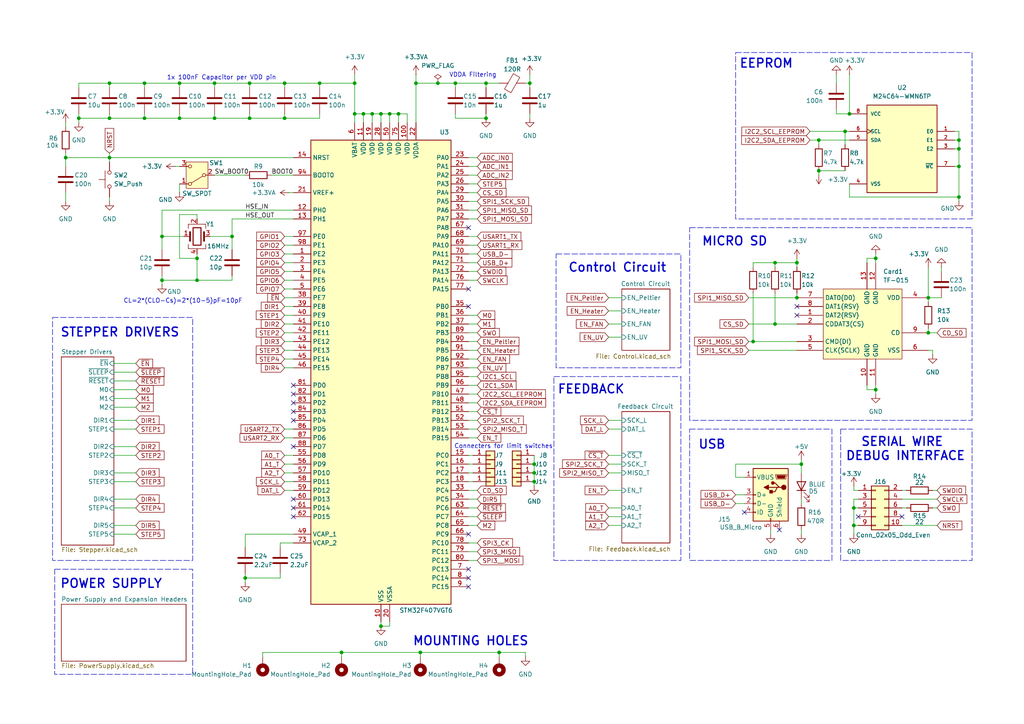
<source format=kicad_sch>
(kicad_sch (version 20250114) (generator "eeschema") (generator_version "9.0")
  (paper "A4")
  (title_block (title "Hydrogel Bioprinter PCB") (date "2025-07-01") (rev "0.1") (company "Stellenbosch University") (comment 1 "Department of Mechanical and Mechatronic Engineering") (comment 2 "Student Number: 25848887") (comment 3 "Name: Simon Craig DANIEL"))
  (rectangle (start 213.36 15.24) (end 281.94 63.5) (stroke (width 0) (type dash)))
  (rectangle (start 160.655 109.22) (end 197.485 162.56) (stroke (width 0) (type dash)))
  (rectangle (start 243.84 124.46) (end 281.94 162.56) (stroke (width 0) (type dash)))
  (rectangle (start 200.025 66.04) (end 281.94 121.92) (stroke (width 0) (type dash)))
  (rectangle (start 161.29 73.66) (end 197.485 106.68) (stroke (width 0) (type dash)))
  (rectangle (start 200.025 124.46) (end 241.3 162.56) (stroke (width 0) (type dash)))
  (rectangle (start 15.875 165.1) (end 55.88 195.58) (stroke (width 0) (type dash)))
  (rectangle (start 15.24 92.075) (end 55.88 162.56) (stroke (width 0) (type dash)))
  (text "VDDA Filtering" (at 137.16 21.844 0) (effects (font (size 1.27 1.27))))
  (text "FEEDBACK\n" (at 171.45 113.03 0) (effects (font (size 2.54 2.54) (thickness 0.4064) (bold yes))))
  (text "SERIAL WIRE \nDEBUG INTERFACE\n" (at 262.636 130.302 0) (effects (font (size 2.54 2.54) (thickness 0.4064) (bold yes))))
  (text "Connecters for limit switches" (at 146.05 129.54 0) (effects (font (size 1.27 1.27))))
  (text "USB\n" (at 206.502 129.032 0) (effects (font (size 2.54 2.54) (thickness 0.4064) (bold yes))))
  (text "MOUNTING HOLES\n" (at 136.525 186.055 0) (effects (font (size 2.54 2.54) (thickness 0.4064) (bold yes))))
  (text "MICRO SD" (at 213.106 70.104 0) (effects (font (size 2.54 2.54) (thickness 0.4064) (bold yes))))
  (text "STEPPER DRIVERS" (at 34.798 96.52 0) (effects (font (size 2.54 2.54) (thickness 0.4064) (bold yes))))
  (text "CL=2*(CLO-Cs)=2*(10-5)pF=10pF" (at 53.086 87.376 0) (effects (font (size 1.27 1.27))))
  (text "Control Circuit\n" (at 179.07 77.724 0) (effects (font (size 2.54 2.54) (thickness 0.4064) (bold yes))))
  (text "EEPROM\n" (at 222.25 18.542 0) (effects (font (size 2.54 2.54) (thickness 0.4064) (bold yes))))
  (text "POWER SUPPLY" (at 32.258 169.418 0) (effects (font (size 2.54 2.54) (thickness 0.4064) (bold yes))))
  (text "1x 100nF Capacitor per VDD pin\n" (at 64.262 22.606 0) (effects (font (size 1.27 1.27))))
  (junction (at 140.97 24.13))
  (junction (at 154.94 134.62))
  (junction (at 46.99 68.58))
  (junction (at 22.86 34.29))
  (junction (at 218.44 99.06))
  (junction (at 278.13 48.26))
  (junction (at 52.07 24.13))
  (junction (at 99.06 189.23))
  (junction (at 41.91 34.29))
  (junction (at 31.75 45.72))
  (junction (at 246.38 33.02))
  (junction (at 57.15 81.28))
  (junction (at 121.92 189.23))
  (junction (at 231.14 76.2))
  (junction (at 247.65 147.32))
  (junction (at 237.49 49.53))
  (junction (at 105.41 33.02))
  (junction (at 62.23 34.29))
  (junction (at 102.87 24.13))
  (junction (at 31.75 34.29))
  (junction (at 237.49 40.64))
  (junction (at 254 74.93))
  (junction (at 115.57 33.02))
  (junction (at 278.13 43.18))
  (junction (at 92.71 24.13))
  (junction (at 153.67 24.13))
  (junction (at 71.12 167.64))
  (junction (at 57.15 74.93))
  (junction (at 278.13 40.64))
  (junction (at 82.55 24.13))
  (junction (at 245.11 38.1))
  (junction (at 41.91 24.13))
  (junction (at 52.07 34.29))
  (junction (at 120.65 24.13))
  (junction (at 144.78 189.23))
  (junction (at 110.49 33.02))
  (junction (at 254 113.03))
  (junction (at 72.39 24.13))
  (junction (at 72.39 34.29))
  (junction (at 231.14 86.36))
  (junction (at 19.05 45.72))
  (junction (at 102.87 33.02))
  (junction (at 140.97 34.29))
  (junction (at 132.08 24.13))
  (junction (at 67.31 68.58))
  (junction (at 107.95 33.02))
  (junction (at 127 24.13))
  (junction (at 31.75 24.13))
  (junction (at 269.24 86.36))
  (junction (at 154.94 137.16))
  (junction (at 232.41 134.62))
  (junction (at 62.23 24.13))
  (junction (at 46.99 81.28))
  (junction (at 113.03 33.02))
  (junction (at 82.55 34.29))
  (junction (at 154.94 139.7))
  (junction (at 224.79 76.2))
  (junction (at 110.49 181.61))
  (junction (at 278.13 57.15))
  (junction (at 247.65 152.4))
  (junction (at 269.24 96.52))
  (junction (at 224.79 93.98))
  (no_connect (at 85.09 114.3))
  (no_connect (at 135.89 167.64))
  (no_connect (at 85.09 119.38))
  (no_connect (at 135.89 83.82))
  (no_connect (at 135.89 66.04))
  (no_connect (at 261.62 149.86))
  (no_connect (at 231.14 88.9))
  (no_connect (at 85.09 129.54))
  (no_connect (at 231.14 91.44))
  (no_connect (at 135.89 165.1))
  (no_connect (at 85.09 121.92))
  (no_connect (at 226.06 153.67))
  (no_connect (at 85.09 116.84))
  (no_connect (at 135.89 88.9))
  (no_connect (at 135.89 170.18))
  (no_connect (at 85.09 144.78))
  (no_connect (at 248.92 149.86))
  (no_connect (at 85.09 111.76))
  (no_connect (at 85.09 147.32))
  (no_connect (at 215.9 148.59))
  (no_connect (at 135.89 154.94))
  (no_connect (at 85.09 149.86))
  (wire (pts (xy 137.16 139.7) (xy 135.89 139.7)))
  (wire (pts (xy 247.65 152.4) (xy 248.92 152.4)))
  (wire (pts (xy 176.53 149.86) (xy 180.34 149.86)))
  (wire (pts (xy 135.89 144.78) (xy 138.43 144.78)))
  (wire (pts (xy 135.89 109.22) (xy 138.43 109.22)))
  (wire (pts (xy 19.05 44.45) (xy 19.05 45.72)))
  (wire (pts (xy 33.02 118.11) (xy 39.37 118.11)))
  (wire (pts (xy 278.13 38.1) (xy 278.13 40.64)))
  (wire (pts (xy 82.55 24.13) (xy 92.71 24.13)))
  (wire (pts (xy 82.55 134.62) (xy 85.09 134.62)))
  (wire (pts (xy 72.39 24.13) (xy 82.55 24.13)))
  (wire (pts (xy 261.62 142.24) (xy 262.89 142.24)))
  (wire (pts (xy 62.23 24.13) (xy 62.23 25.4)))
  (wire (pts (xy 82.55 127) (xy 85.09 127)))
  (wire (pts (xy 71.12 166.37) (xy 71.12 167.64)))
  (wire (pts (xy 50.8 48.26) (xy 52.07 48.26)))
  (wire (pts (xy 52.07 24.13) (xy 52.07 25.4)))
  (wire (pts (xy 153.67 21.59) (xy 153.67 24.13)))
  (wire (pts (xy 82.55 101.6) (xy 85.09 101.6)))
  (wire (pts (xy 113.03 180.34) (xy 113.03 181.61)))
  (wire (pts (xy 261.62 144.78) (xy 271.78 144.78)))
  (wire (pts (xy 72.39 34.29) (xy 82.55 34.29)))
  (wire (pts (xy 82.55 137.16) (xy 85.09 137.16)))
  (wire (pts (xy 135.89 81.28) (xy 138.43 81.28)))
  (wire (pts (xy 85.09 157.48) (xy 81.28 157.48)))
  (wire (pts (xy 135.89 104.14) (xy 138.43 104.14)))
  (wire (pts (xy 82.55 99.06) (xy 85.09 99.06)))
  (wire (pts (xy 57.15 73.66) (xy 57.15 74.93)))
  (wire (pts (xy 105.41 33.02) (xy 105.41 35.56)))
  (wire (pts (xy 176.53 132.08) (xy 180.34 132.08)))
  (wire (pts (xy 33.02 110.49) (xy 39.37 110.49)))
  (wire (pts (xy 135.89 73.66) (xy 138.43 73.66)))
  (wire (pts (xy 144.78 189.23) (xy 152.4 189.23)))
  (wire (pts (xy 224.79 76.2) (xy 231.14 76.2)))
  (wire (pts (xy 218.44 76.2) (xy 224.79 76.2)))
  (wire (pts (xy 127 24.13) (xy 132.08 24.13)))
  (wire (pts (xy 52.07 34.29) (xy 62.23 34.29)))
  (wire (pts (xy 33.02 107.95) (xy 39.37 107.95)))
  (wire (pts (xy 60.96 68.58) (xy 67.31 68.58)))
  (wire (pts (xy 140.97 25.4) (xy 140.97 24.13)))
  (wire (pts (xy 278.13 43.18) (xy 278.13 48.26)))
  (wire (pts (xy 270.51 147.32) (xy 271.78 147.32)))
  (wire (pts (xy 33.02 139.7) (xy 39.37 139.7)))
  (wire (pts (xy 232.41 154.94) (xy 232.41 153.67)))
  (wire (pts (xy 33.02 144.78) (xy 39.37 144.78)))
  (wire (pts (xy 223.52 153.67) (xy 223.52 154.94)))
  (wire (pts (xy 135.89 93.98) (xy 138.43 93.98)))
  (wire (pts (xy 176.53 93.98) (xy 180.34 93.98)))
  (wire (pts (xy 110.49 33.02) (xy 110.49 35.56)))
  (wire (pts (xy 33.02 152.4) (xy 39.37 152.4)))
  (wire (pts (xy 105.41 33.02) (xy 102.87 33.02)))
  (wire (pts (xy 224.79 93.98) (xy 231.14 93.98)))
  (wire (pts (xy 144.78 189.23) (xy 144.78 190.5)))
  (wire (pts (xy 213.36 134.62) (xy 232.41 134.62)))
  (wire (pts (xy 218.44 77.47) (xy 218.44 76.2)))
  (wire (pts (xy 135.89 157.48) (xy 138.43 157.48)))
  (wire (pts (xy 120.65 24.13) (xy 127 24.13)))
  (wire (pts (xy 19.05 55.88) (xy 19.05 58.42)))
  (wire (pts (xy 218.44 99.06) (xy 231.14 99.06)))
  (wire (pts (xy 78.74 50.8) (xy 85.09 50.8)))
  (wire (pts (xy 110.49 180.34) (xy 110.49 181.61)))
  (wire (pts (xy 132.08 24.13) (xy 132.08 25.4)))
  (wire (pts (xy 82.55 78.74) (xy 85.09 78.74)))
  (wire (pts (xy 57.15 74.93) (xy 52.07 74.93)))
  (wire (pts (xy 118.11 33.02) (xy 115.57 33.02)))
  (wire (pts (xy 22.86 34.29) (xy 31.75 34.29)))
  (wire (pts (xy 67.31 81.28) (xy 57.15 81.28)))
  (wire (pts (xy 82.55 76.2) (xy 85.09 76.2)))
  (wire (pts (xy 218.44 85.09) (xy 218.44 99.06)))
  (wire (pts (xy 176.53 142.24) (xy 180.34 142.24)))
  (wire (pts (xy 113.03 33.02) (xy 113.03 35.56)))
  (wire (pts (xy 154.94 137.16) (xy 154.94 139.7)))
  (wire (pts (xy 135.89 106.68) (xy 138.43 106.68)))
  (wire (pts (xy 276.86 43.18) (xy 278.13 43.18)))
  (wire (pts (xy 57.15 62.23) (xy 57.15 63.5)))
  (wire (pts (xy 269.24 86.36) (xy 269.24 87.63)))
  (wire (pts (xy 31.75 57.15) (xy 31.75 58.42)))
  (wire (pts (xy 46.99 81.28) (xy 57.15 81.28)))
  (wire (pts (xy 19.05 45.72) (xy 19.05 48.26)))
  (wire (pts (xy 153.67 33.02) (xy 153.67 34.29)))
  (wire (pts (xy 135.89 60.96) (xy 138.43 60.96)))
  (wire (pts (xy 247.65 144.78) (xy 248.92 144.78)))
  (wire (pts (xy 237.49 49.53) (xy 237.49 50.8)))
  (wire (pts (xy 217.17 93.98) (xy 224.79 93.98)))
  (wire (pts (xy 251.46 113.03) (xy 254 113.03)))
  (wire (pts (xy 234.95 40.64) (xy 237.49 40.64)))
  (wire (pts (xy 33.02 137.16) (xy 39.37 137.16)))
  (wire (pts (xy 245.11 38.1) (xy 246.38 38.1)))
  (wire (pts (xy 33.02 147.32) (xy 39.37 147.32)))
  (wire (pts (xy 102.87 21.59) (xy 102.87 24.13)))
  (wire (pts (xy 85.09 154.94) (xy 71.12 154.94)))
  (wire (pts (xy 132.08 34.29) (xy 140.97 34.29)))
  (wire (pts (xy 22.86 33.02) (xy 22.86 34.29)))
  (wire (pts (xy 213.36 134.62) (xy 213.36 138.43)))
  (wire (pts (xy 46.99 80.01) (xy 46.99 81.28)))
  (wire (pts (xy 247.65 142.24) (xy 247.65 140.97)))
  (wire (pts (xy 132.08 33.02) (xy 132.08 34.29)))
  (wire (pts (xy 71.12 167.64) (xy 71.12 168.91)))
  (wire (pts (xy 261.62 147.32) (xy 262.89 147.32)))
  (wire (pts (xy 176.53 152.4) (xy 180.34 152.4)))
  (wire (pts (xy 154.94 134.62) (xy 154.94 137.16)))
  (wire (pts (xy 254 111.76) (xy 254 113.03)))
  (wire (pts (xy 31.75 24.13) (xy 31.75 25.4)))
  (wire (pts (xy 270.51 142.24) (xy 271.78 142.24)))
  (wire (pts (xy 135.89 101.6) (xy 138.43 101.6)))
  (wire (pts (xy 276.86 38.1) (xy 278.13 38.1)))
  (wire (pts (xy 245.11 41.91) (xy 245.11 38.1)))
  (wire (pts (xy 231.14 74.93) (xy 231.14 76.2)))
  (wire (pts (xy 248.92 142.24) (xy 247.65 142.24)))
  (wire (pts (xy 92.71 33.02) (xy 92.71 34.29)))
  (wire (pts (xy 153.67 24.13) (xy 153.67 25.4)))
  (wire (pts (xy 120.65 21.59) (xy 120.65 24.13)))
  (wire (pts (xy 135.89 127) (xy 138.43 127)))
  (wire (pts (xy 237.49 40.64) (xy 246.38 40.64)))
  (wire (pts (xy 135.89 147.32) (xy 138.43 147.32)))
  (wire (pts (xy 135.89 76.2) (xy 138.43 76.2)))
  (wire (pts (xy 269.24 95.25) (xy 269.24 96.52)))
  (wire (pts (xy 115.57 33.02) (xy 113.03 33.02)))
  (wire (pts (xy 67.31 80.01) (xy 67.31 81.28)))
  (wire (pts (xy 213.36 143.51) (xy 215.9 143.51)))
  (wire (pts (xy 67.31 63.5) (xy 85.09 63.5)))
  (wire (pts (xy 52.07 62.23) (xy 57.15 62.23)))
  (wire (pts (xy 19.05 35.56) (xy 19.05 36.83)))
  (wire (pts (xy 278.13 40.64) (xy 278.13 43.18)))
  (wire (pts (xy 41.91 24.13) (xy 52.07 24.13)))
  (wire (pts (xy 137.16 132.08) (xy 135.89 132.08)))
  (wire (pts (xy 92.71 24.13) (xy 92.71 25.4)))
  (wire (pts (xy 52.07 33.02) (xy 52.07 34.29)))
  (wire (pts (xy 135.89 149.86) (xy 138.43 149.86)))
  (wire (pts (xy 152.4 24.13) (xy 153.67 24.13)))
  (wire (pts (xy 82.55 68.58) (xy 85.09 68.58)))
  (wire (pts (xy 135.89 91.44) (xy 138.43 91.44)))
  (wire (pts (xy 82.55 124.46) (xy 85.09 124.46)))
  (wire (pts (xy 176.53 134.62) (xy 180.34 134.62)))
  (wire (pts (xy 273.05 78.74) (xy 273.05 77.47)))
  (wire (pts (xy 31.75 24.13) (xy 41.91 24.13)))
  (wire (pts (xy 46.99 60.96) (xy 46.99 68.58)))
  (wire (pts (xy 247.65 144.78) (xy 247.65 147.32)))
  (wire (pts (xy 234.95 38.1) (xy 245.11 38.1)))
  (wire (pts (xy 82.55 96.52) (xy 85.09 96.52)))
  (wire (pts (xy 176.53 124.46) (xy 180.34 124.46)))
  (wire (pts (xy 135.89 50.8) (xy 138.43 50.8)))
  (wire (pts (xy 232.41 134.62) (xy 232.41 137.16)))
  (wire (pts (xy 135.89 162.56) (xy 138.43 162.56)))
  (wire (pts (xy 33.02 129.54) (xy 39.37 129.54)))
  (wire (pts (xy 62.23 50.8) (xy 71.12 50.8)))
  (wire (pts (xy 19.05 45.72) (xy 31.75 45.72)))
  (wire (pts (xy 82.55 83.82) (xy 85.09 83.82)))
  (wire (pts (xy 72.39 24.13) (xy 72.39 25.4)))
  (wire (pts (xy 82.55 132.08) (xy 85.09 132.08)))
  (wire (pts (xy 72.39 33.02) (xy 72.39 34.29)))
  (wire (pts (xy 52.07 62.23) (xy 52.07 74.93)))
  (wire (pts (xy 52.07 53.34) (xy 52.07 55.88)))
  (wire (pts (xy 99.06 189.23) (xy 99.06 190.5)))
  (wire (pts (xy 82.55 81.28) (xy 85.09 81.28)))
  (wire (pts (xy 46.99 60.96) (xy 85.09 60.96)))
  (wire (pts (xy 217.17 86.36) (xy 231.14 86.36)))
  (wire (pts (xy 99.06 189.23) (xy 121.92 189.23)))
  (wire (pts (xy 135.89 58.42) (xy 138.43 58.42)))
  (wire (pts (xy 82.55 142.24) (xy 85.09 142.24)))
  (wire (pts (xy 22.86 25.4) (xy 22.86 24.13)))
  (wire (pts (xy 269.24 96.52) (xy 271.78 96.52)))
  (wire (pts (xy 246.38 21.59) (xy 246.38 33.02)))
  (wire (pts (xy 242.57 21.59) (xy 242.57 24.13)))
  (wire (pts (xy 247.65 147.32) (xy 248.92 147.32)))
  (wire (pts (xy 135.89 116.84) (xy 138.43 116.84)))
  (wire (pts (xy 82.55 91.44) (xy 85.09 91.44)))
  (wire (pts (xy 132.08 24.13) (xy 140.97 24.13)))
  (wire (pts (xy 254 73.66) (xy 254 74.93)))
  (wire (pts (xy 135.89 78.74) (xy 138.43 78.74)))
  (wire (pts (xy 231.14 77.47) (xy 231.14 76.2)))
  (wire (pts (xy 76.2 190.5) (xy 76.2 189.23)))
  (wire (pts (xy 82.55 88.9) (xy 85.09 88.9)))
  (wire (pts (xy 231.14 85.09) (xy 231.14 86.36)))
  (wire (pts (xy 62.23 33.02) (xy 62.23 34.29)))
  (wire (pts (xy 135.89 152.4) (xy 138.43 152.4)))
  (wire (pts (xy 269.24 86.36) (xy 273.05 86.36)))
  (wire (pts (xy 154.94 132.08) (xy 154.94 134.62)))
  (wire (pts (xy 121.92 189.23) (xy 121.92 190.5)))
  (wire (pts (xy 176.53 137.16) (xy 180.34 137.16)))
  (wire (pts (xy 31.75 34.29) (xy 41.91 34.29)))
  (wire (pts (xy 135.89 121.92) (xy 138.43 121.92)))
  (wire (pts (xy 270.51 101.6) (xy 270.51 102.87)))
  (wire (pts (xy 276.86 40.64) (xy 278.13 40.64)))
  (wire (pts (xy 237.49 41.91) (xy 237.49 40.64)))
  (wire (pts (xy 76.2 189.23) (xy 99.06 189.23)))
  (wire (pts (xy 82.55 104.14) (xy 85.09 104.14)))
  (wire (pts (xy 152.4 189.23) (xy 152.4 190.5)))
  (wire (pts (xy 67.31 63.5) (xy 67.31 68.58)))
  (wire (pts (xy 224.79 85.09) (xy 224.79 93.98)))
  (wire (pts (xy 82.55 71.12) (xy 85.09 71.12)))
  (wire (pts (xy 31.75 45.72) (xy 85.09 45.72)))
  (wire (pts (xy 176.53 147.32) (xy 180.34 147.32)))
  (wire (pts (xy 62.23 24.13) (xy 72.39 24.13)))
  (wire (pts (xy 269.24 77.47) (xy 269.24 86.36)))
  (wire (pts (xy 83.82 55.88) (xy 85.09 55.88)))
  (wire (pts (xy 251.46 74.93) (xy 254 74.93)))
  (wire (pts (xy 213.36 146.05) (xy 215.9 146.05)))
  (wire (pts (xy 33.02 132.08) (xy 39.37 132.08)))
  (wire (pts (xy 135.89 53.34) (xy 138.43 53.34)))
  (wire (pts (xy 81.28 166.37) (xy 81.28 167.64)))
  (wire (pts (xy 107.95 33.02) (xy 107.95 35.56)))
  (wire (pts (xy 135.89 45.72) (xy 138.43 45.72)))
  (wire (pts (xy 137.16 137.16) (xy 135.89 137.16)))
  (wire (pts (xy 135.89 68.58) (xy 138.43 68.58)))
  (wire (pts (xy 217.17 99.06) (xy 218.44 99.06)))
  (wire (pts (xy 224.79 76.2) (xy 224.79 77.47)))
  (wire (pts (xy 135.89 124.46) (xy 138.43 124.46)))
  (wire (pts (xy 135.89 111.76) (xy 138.43 111.76)))
  (wire (pts (xy 247.65 147.32) (xy 247.65 152.4)))
  (wire (pts (xy 57.15 74.93) (xy 57.15 81.28)))
  (wire (pts (xy 82.55 86.36) (xy 85.09 86.36)))
  (wire (pts (xy 102.87 24.13) (xy 102.87 33.02)))
  (wire (pts (xy 176.53 86.36) (xy 180.34 86.36)))
  (wire (pts (xy 251.46 76.2) (xy 251.46 74.93)))
  (wire (pts (xy 31.75 33.02) (xy 31.75 34.29)))
  (wire (pts (xy 31.75 44.45) (xy 31.75 45.72)))
  (wire (pts (xy 46.99 81.28) (xy 46.99 82.55)))
  (wire (pts (xy 82.55 33.02) (xy 82.55 34.29)))
  (wire (pts (xy 82.55 139.7) (xy 85.09 139.7)))
  (wire (pts (xy 261.62 152.4) (xy 271.78 152.4)))
  (wire (pts (xy 107.95 33.02) (xy 105.41 33.02)))
  (wire (pts (xy 46.99 68.58) (xy 46.99 72.39)))
  (wire (pts (xy 113.03 33.02) (xy 110.49 33.02)))
  (wire (pts (xy 33.02 105.41) (xy 39.37 105.41)))
  (wire (pts (xy 246.38 53.34) (xy 246.38 57.15)))
  (wire (pts (xy 102.87 33.02) (xy 102.87 35.56)))
  (wire (pts (xy 81.28 167.64) (xy 71.12 167.64)))
  (wire (pts (xy 154.94 139.7) (xy 154.94 140.97)))
  (wire (pts (xy 115.57 33.02) (xy 115.57 35.56)))
  (wire (pts (xy 82.55 93.98) (xy 85.09 93.98)))
  (wire (pts (xy 33.02 115.57) (xy 39.37 115.57)))
  (wire (pts (xy 176.53 90.17) (xy 180.34 90.17)))
  (wire (pts (xy 22.86 24.13) (xy 31.75 24.13)))
  (wire (pts (xy 135.89 55.88) (xy 138.43 55.88)))
  (wire (pts (xy 232.41 146.05) (xy 232.41 144.78)))
  (wire (pts (xy 135.89 71.12) (xy 138.43 71.12)))
  (wire (pts (xy 82.55 106.68) (xy 85.09 106.68)))
  (wire (pts (xy 278.13 48.26) (xy 278.13 57.15)))
  (wire (pts (xy 135.89 119.38) (xy 138.43 119.38)))
  (wire (pts (xy 82.55 73.66) (xy 85.09 73.66)))
  (wire (pts (xy 118.11 35.56) (xy 118.11 33.02)))
  (wire (pts (xy 62.23 34.29) (xy 72.39 34.29)))
  (wire (pts (xy 82.55 24.13) (xy 82.55 25.4)))
  (wire (pts (xy 33.02 124.46) (xy 39.37 124.46)))
  (wire (pts (xy 242.57 31.75) (xy 242.57 33.02)))
  (wire (pts (xy 247.65 152.4) (xy 247.65 154.94)))
  (wire (pts (xy 33.02 154.94) (xy 39.37 154.94)))
  (wire (pts (xy 176.53 121.92) (xy 180.34 121.92)))
  (wire (pts (xy 232.41 133.35) (xy 232.41 134.62)))
  (wire (pts (xy 217.17 101.6) (xy 231.14 101.6)))
  (wire (pts (xy 135.89 99.06) (xy 138.43 99.06)))
  (wire (pts (xy 22.86 35.56) (xy 22.86 34.29)))
  (wire (pts (xy 276.86 48.26) (xy 278.13 48.26)))
  (wire (pts (xy 81.28 157.48) (xy 81.28 158.75)))
  (wire (pts (xy 67.31 68.58) (xy 67.31 72.39)))
  (wire (pts (xy 254 113.03) (xy 254 114.3)))
  (wire (pts (xy 31.75 45.72) (xy 31.75 46.99)))
  (wire (pts (xy 140.97 24.13) (xy 144.78 24.13)))
  (wire (pts (xy 246.38 57.15) (xy 278.13 57.15)))
  (wire (pts (xy 176.53 97.79) (xy 180.34 97.79)))
  (wire (pts (xy 242.57 33.02) (xy 246.38 33.02)))
  (wire (pts (xy 140.97 33.02) (xy 140.97 34.29)))
  (wire (pts (xy 237.49 49.53) (xy 245.11 49.53)))
  (wire (pts (xy 53.34 68.58) (xy 46.99 68.58)))
  (wire (pts (xy 82.55 34.29) (xy 92.71 34.29)))
  (wire (pts (xy 33.02 121.92) (xy 39.37 121.92)))
  (wire (pts (xy 278.13 57.15) (xy 278.13 58.42)))
  (wire (pts (xy 137.16 134.62) (xy 135.89 134.62)))
  (wire (pts (xy 41.91 24.13) (xy 41.91 25.4)))
  (wire (pts (xy 135.89 114.3) (xy 138.43 114.3)))
  (wire (pts (xy 135.89 63.5) (xy 138.43 63.5)))
  (wire (pts (xy 135.89 48.26) (xy 138.43 48.26)))
  (wire (pts (xy 41.91 33.02) (xy 41.91 34.29)))
  (wire (pts (xy 135.89 142.24) (xy 138.43 142.24)))
  (wire (pts (xy 213.36 138.43) (xy 215.9 138.43)))
  (wire (pts (xy 121.92 189.23) (xy 144.78 189.23)))
  (wire (pts (xy 92.71 24.13) (xy 102.87 24.13)))
  (wire (pts (xy 269.24 101.6) (xy 270.51 101.6)))
  (wire (pts (xy 33.02 113.03) (xy 39.37 113.03)))
  (wire (pts (xy 251.46 111.76) (xy 251.46 113.03)))
  (wire (pts (xy 120.65 24.13) (xy 120.65 35.56)))
  (wire (pts (xy 254 74.93) (xy 254 76.2)))
  (wire (pts (xy 52.07 24.13) (xy 62.23 24.13)))
  (wire (pts (xy 71.12 154.94) (xy 71.12 158.75)))
  (wire (pts (xy 110.49 33.02) (xy 107.95 33.02)))
  (wire (pts (xy 113.03 181.61) (xy 110.49 181.61)))
  (wire (pts (xy 41.91 34.29) (xy 52.07 34.29)))
  (wire (pts (xy 135.89 96.52) (xy 138.43 96.52)))
  (wire (pts (xy 135.89 160.02) (xy 138.43 160.02)))
  (label "SW_BOOT0" (at 62.23 50.8 0))
  (label "HSE_OUT" (at 71.12 63.5 0))
  (label "HSE_IN" (at 71.12 60.96 0))
  (label "BOOT0" (at 78.74 50.8 0))
  (global_label "DIR1" (shape input) (at 39.37 121.92 0) (property "Intersheetrefs" "${INTERSHEET_REFS}" (effects (hide yes))))
  (global_label "I2C1_SDA" (shape input) (at 138.43 111.76 0) (property "Intersheetrefs" "${INTERSHEET_REFS}" (effects (hide yes))))
  (global_label "M2" (shape input) (at 138.43 152.4 0) (property "Intersheetrefs" "${INTERSHEET_REFS}" (effects (hide yes))))
  (global_label "STEP2" (shape input) (at 39.37 132.08 0) (property "Intersheetrefs" "${INTERSHEET_REFS}" (effects (hide yes))))
  (global_label "M1" (shape input) (at 39.37 115.57 0) (property "Intersheetrefs" "${INTERSHEET_REFS}" (effects (hide yes))))
  (global_label "I2C2_SCL_EEPROM" (shape input) (at 138.43 114.3 0) (property "Intersheetrefs" "${INTERSHEET_REFS}" (effects (hide yes))))
  (global_label "GPIO3" (shape input) (at 82.55 73.66 180) (property "Intersheetrefs" "${INTERSHEET_REFS}" (effects (hide yes))))
  (global_label "GPIO5" (shape input) (at 82.55 78.74 180) (property "Intersheetrefs" "${INTERSHEET_REFS}" (effects (hide yes))))
  (global_label "STEP4" (shape input) (at 39.37 147.32 0) (property "Intersheetrefs" "${INTERSHEET_REFS}" (effects (hide yes))))
  (global_label "USB_D+" (shape input) (at 213.36 143.51 180) (property "Intersheetrefs" "${INTERSHEET_REFS}" (effects (hide yes))))
  (global_label "SPI1_SCK_SD" (shape input) (at 217.17 101.6 180) (property "Intersheetrefs" "${INTERSHEET_REFS}" (effects (hide yes))))
  (global_label "M1" (shape input) (at 138.43 93.98 0) (property "Intersheetrefs" "${INTERSHEET_REFS}" (effects (hide yes))))
  (global_label "EN_Heater" (shape input) (at 138.43 101.6 0) (property "Intersheetrefs" "${INTERSHEET_REFS}" (effects (hide yes))))
  (global_label "EN_Peltier" (shape input) (at 176.53 86.36 180) (property "Intersheetrefs" "${INTERSHEET_REFS}" (effects (hide yes))))
  (global_label "STEP4" (shape input) (at 82.55 104.14 180) (property "Intersheetrefs" "${INTERSHEET_REFS}" (effects (hide yes))))
  (global_label "SPI1_SCK_SD" (shape input) (at 138.43 58.42 0) (property "Intersheetrefs" "${INTERSHEET_REFS}" (effects (hide yes))))
  (global_label "SCK_L" (shape input) (at 176.53 121.92 180) (property "Intersheetrefs" "${INTERSHEET_REFS}" (effects (hide yes))))
  (global_label "SWO" (shape input) (at 271.78 147.32 0) (property "Intersheetrefs" "${INTERSHEET_REFS}" (effects (hide yes))))
  (global_label "STEP5" (shape input) (at 39.37 154.94 0) (property "Intersheetrefs" "${INTERSHEET_REFS}" (effects (hide yes))))
  (global_label "EN_FAN" (shape input) (at 138.43 104.14 0) (property "Intersheetrefs" "${INTERSHEET_REFS}" (effects (hide yes))))
  (global_label "SPI1_MOSI_SD" (shape input) (at 138.43 63.5 0) (property "Intersheetrefs" "${INTERSHEET_REFS}" (effects (hide yes))))
  (global_label "I2C2_SDA_EEPROM" (shape input) (at 138.43 116.84 0) (property "Intersheetrefs" "${INTERSHEET_REFS}" (effects (hide yes))))
  (global_label "~{RESET}" (shape input) (at 39.37 110.49 0) (property "Intersheetrefs" "${INTERSHEET_REFS}" (effects (hide yes))))
  (global_label "USART1_RX" (shape input) (at 138.43 71.12 0) (property "Intersheetrefs" "${INTERSHEET_REFS}" (effects (hide yes))))
  (global_label "A1_T" (shape input) (at 176.53 149.86 180) (property "Intersheetrefs" "${INTERSHEET_REFS}" (effects (hide yes))))
  (global_label "STEP2" (shape input) (at 82.55 96.52 180) (property "Intersheetrefs" "${INTERSHEET_REFS}" (effects (hide yes))))
  (global_label "DIR3" (shape input) (at 82.55 99.06 180) (property "Intersheetrefs" "${INTERSHEET_REFS}" (effects (hide yes))))
  (global_label "CS_SD" (shape input) (at 138.43 55.88 0) (property "Intersheetrefs" "${INTERSHEET_REFS}" (effects (hide yes))))
  (global_label "STEP5" (shape input) (at 138.43 53.34 0) (property "Intersheetrefs" "${INTERSHEET_REFS}" (effects (hide yes))))
  (global_label "EN_T" (shape input) (at 138.43 127 0) (property "Intersheetrefs" "${INTERSHEET_REFS}" (effects (hide yes))))
  (global_label "SPI1_MOSI_SD" (shape input) (at 217.17 99.06 180) (property "Intersheetrefs" "${INTERSHEET_REFS}" (effects (hide yes))))
  (global_label "SWDIO" (shape input) (at 271.78 142.24 0) (property "Intersheetrefs" "${INTERSHEET_REFS}" (effects (hide yes))))
  (global_label "SPI2_SCK_T" (shape input) (at 176.53 134.62 180) (property "Intersheetrefs" "${INTERSHEET_REFS}" (effects (hide yes))))
  (global_label "GPIO7" (shape input) (at 82.55 83.82 180) (property "Intersheetrefs" "${INTERSHEET_REFS}" (effects (hide yes))))
  (global_label "EN_UV" (shape input) (at 176.53 97.79 180) (property "Intersheetrefs" "${INTERSHEET_REFS}" (effects (hide yes))))
  (global_label "CD_SD" (shape input) (at 271.78 96.52 0) (property "Intersheetrefs" "${INTERSHEET_REFS}" (effects (hide yes))))
  (global_label "ADC_IN0" (shape input) (at 138.43 45.72 0) (property "Intersheetrefs" "${INTERSHEET_REFS}" (effects (hide yes))))
  (global_label "CS_SD" (shape input) (at 217.17 93.98 180) (property "Intersheetrefs" "${INTERSHEET_REFS}" (effects (hide yes))))
  (global_label "M0" (shape input) (at 138.43 91.44 0) (property "Intersheetrefs" "${INTERSHEET_REFS}" (effects (hide yes))))
  (global_label "~{CS_T}" (shape input) (at 176.53 132.08 180) (property "Intersheetrefs" "${INTERSHEET_REFS}" (effects (hide yes))))
  (global_label "SPI1_MISO_SD" (shape input) (at 217.17 86.36 180) (property "Intersheetrefs" "${INTERSHEET_REFS}" (effects (hide yes))))
  (global_label "M0" (shape input) (at 39.37 113.03 0) (property "Intersheetrefs" "${INTERSHEET_REFS}" (effects (hide yes))))
  (global_label "NRST" (shape input) (at 271.78 152.4 0) (property "Intersheetrefs" "${INTERSHEET_REFS}" (effects (hide yes))))
  (global_label "SPI2_MISO_T" (shape input) (at 176.53 137.16 180) (property "Intersheetrefs" "${INTERSHEET_REFS}" (effects (hide yes))))
  (global_label "EN_T" (shape input) (at 176.53 142.24 180) (property "Intersheetrefs" "${INTERSHEET_REFS}" (effects (hide yes))))
  (global_label "DIR2" (shape input) (at 82.55 93.98 180) (property "Intersheetrefs" "${INTERSHEET_REFS}" (effects (hide yes))))
  (global_label "EN_UV" (shape input) (at 138.43 106.68 0) (property "Intersheetrefs" "${INTERSHEET_REFS}" (effects (hide yes))))
  (global_label "EN_Heater" (shape input) (at 176.53 90.17 180) (property "Intersheetrefs" "${INTERSHEET_REFS}" (effects (hide yes))))
  (global_label "SPI2_SCK_T" (shape input) (at 138.43 121.92 0) (property "Intersheetrefs" "${INTERSHEET_REFS}" (effects (hide yes))))
  (global_label "~{SLEEP}" (shape input) (at 138.43 149.86 0) (property "Intersheetrefs" "${INTERSHEET_REFS}" (effects (hide yes))))
  (global_label "~{EN}" (shape input) (at 82.55 86.36 180) (property "Intersheetrefs" "${INTERSHEET_REFS}" (effects (hide yes))))
  (global_label "CD_SD" (shape input) (at 138.43 142.24 0) (property "Intersheetrefs" "${INTERSHEET_REFS}" (effects (hide yes))))
  (global_label "GPIO2" (shape input) (at 82.55 71.12 180) (property "Intersheetrefs" "${INTERSHEET_REFS}" (effects (hide yes))))
  (global_label "DIR5" (shape input) (at 39.37 152.4 0) (property "Intersheetrefs" "${INTERSHEET_REFS}" (effects (hide yes))))
  (global_label "DIR2" (shape input) (at 39.37 129.54 0) (property "Intersheetrefs" "${INTERSHEET_REFS}" (effects (hide yes))))
  (global_label "SPI2_MISO_T" (shape input) (at 138.43 124.46 0) (property "Intersheetrefs" "${INTERSHEET_REFS}" (effects (hide yes))))
  (global_label "NRST" (shape input) (at 31.75 44.45 90) (property "Intersheetrefs" "${INTERSHEET_REFS}" (effects (hide yes))))
  (global_label "SWO" (shape input) (at 138.43 96.52 0) (property "Intersheetrefs" "${INTERSHEET_REFS}" (effects (hide yes))))
  (global_label "SPI3_CK" (shape input) (at 138.43 157.48 0) (property "Intersheetrefs" "${INTERSHEET_REFS}" (effects (hide yes))))
  (global_label "SCK_L" (shape input) (at 82.55 139.7 180) (property "Intersheetrefs" "${INTERSHEET_REFS}" (effects (hide yes))))
  (global_label "USART2_TX" (shape input) (at 82.55 124.46 180) (property "Intersheetrefs" "${INTERSHEET_REFS}" (effects (hide yes))))
  (global_label "A2_T" (shape input) (at 82.55 137.16 180) (property "Intersheetrefs" "${INTERSHEET_REFS}" (effects (hide yes))))
  (global_label "EN_Peltier" (shape input) (at 138.43 99.06 0) (property "Intersheetrefs" "${INTERSHEET_REFS}" (effects (hide yes))))
  (global_label "A0_T" (shape input) (at 176.53 147.32 180) (property "Intersheetrefs" "${INTERSHEET_REFS}" (effects (hide yes))))
  (global_label "EN_FAN" (shape input) (at 176.53 93.98 180) (property "Intersheetrefs" "${INTERSHEET_REFS}" (effects (hide yes))))
  (global_label "DAT_L" (shape input) (at 176.53 124.46 180) (property "Intersheetrefs" "${INTERSHEET_REFS}" (effects (hide yes))))
  (global_label "~{RESET}" (shape input) (at 138.43 147.32 0) (property "Intersheetrefs" "${INTERSHEET_REFS}" (effects (hide yes))))
  (global_label "SWCLK" (shape input) (at 138.43 81.28 0) (property "Intersheetrefs" "${INTERSHEET_REFS}" (effects (hide yes))))
  (global_label "GPIO1" (shape input) (at 82.55 68.58 180) (property "Intersheetrefs" "${INTERSHEET_REFS}" (effects (hide yes))))
  (global_label "SPI3__MOSI" (shape input) (at 138.43 162.56 0) (property "Intersheetrefs" "${INTERSHEET_REFS}" (effects (hide yes))))
  (global_label "GPIO6" (shape input) (at 82.55 81.28 180) (property "Intersheetrefs" "${INTERSHEET_REFS}" (effects (hide yes))))
  (global_label "DIR4" (shape input) (at 82.55 106.68 180) (property "Intersheetrefs" "${INTERSHEET_REFS}" (effects (hide yes))))
  (global_label "DIR5" (shape input) (at 138.43 144.78 0) (property "Intersheetrefs" "${INTERSHEET_REFS}" (effects (hide yes))))
  (global_label "SWDIO" (shape input) (at 138.43 78.74 0) (property "Intersheetrefs" "${INTERSHEET_REFS}" (effects (hide yes))))
  (global_label "SWCLK" (shape input) (at 271.78 144.78 0) (property "Intersheetrefs" "${INTERSHEET_REFS}" (effects (hide yes))))
  (global_label "USB_D+" (shape input) (at 138.43 76.2 0) (property "Intersheetrefs" "${INTERSHEET_REFS}" (effects (hide yes))))
  (global_label "ADC_IN1" (shape input) (at 138.43 48.26 0) (property "Intersheetrefs" "${INTERSHEET_REFS}" (effects (hide yes))))
  (global_label "USB_D-" (shape input) (at 138.43 73.66 0) (property "Intersheetrefs" "${INTERSHEET_REFS}" (effects (hide yes))))
  (global_label "SPI1_MISO_SD" (shape input) (at 138.43 60.96 0) (property "Intersheetrefs" "${INTERSHEET_REFS}" (effects (hide yes))))
  (global_label "DAT_L" (shape input) (at 82.55 142.24 180) (property "Intersheetrefs" "${INTERSHEET_REFS}" (effects (hide yes))))
  (global_label "DIR1" (shape input) (at 82.55 88.9 180) (property "Intersheetrefs" "${INTERSHEET_REFS}" (effects (hide yes))))
  (global_label "A1_T" (shape input) (at 82.55 134.62 180) (property "Intersheetrefs" "${INTERSHEET_REFS}" (effects (hide yes))))
  (global_label "A0_T" (shape input) (at 82.55 132.08 180) (property "Intersheetrefs" "${INTERSHEET_REFS}" (effects (hide yes))))
  (global_label "~{CS_T}" (shape input) (at 138.43 119.38 0) (property "Intersheetrefs" "${INTERSHEET_REFS}" (effects (hide yes))))
  (global_label "A2_T" (shape input) (at 176.53 152.4 180) (property "Intersheetrefs" "${INTERSHEET_REFS}" (effects (hide yes))))
  (global_label "I2C2_SCL_EEPROM" (shape input) (at 234.95 38.1 180) (property "Intersheetrefs" "${INTERSHEET_REFS}" (effects (hide yes))))
  (global_label "~{EN}" (shape input) (at 39.37 105.41 0) (property "Intersheetrefs" "${INTERSHEET_REFS}" (effects (hide yes))))
  (global_label "ADC_IN2" (shape input) (at 138.43 50.8 0) (property "Intersheetrefs" "${INTERSHEET_REFS}" (effects (hide yes))))
  (global_label "M2" (shape input) (at 39.37 118.11 0) (property "Intersheetrefs" "${INTERSHEET_REFS}" (effects (hide yes))))
  (global_label "USART2_RX" (shape input) (at 82.55 127 180) (property "Intersheetrefs" "${INTERSHEET_REFS}" (effects (hide yes))))
  (global_label "STEP1" (shape input) (at 82.55 91.44 180) (property "Intersheetrefs" "${INTERSHEET_REFS}" (effects (hide yes))))
  (global_label "~{SLEEP}" (shape input) (at 39.37 107.95 0) (property "Intersheetrefs" "${INTERSHEET_REFS}" (effects (hide yes))))
  (global_label "SPI3_MISO" (shape input) (at 138.43 160.02 0) (property "Intersheetrefs" "${INTERSHEET_REFS}" (effects (hide yes))))
  (global_label "STEP3" (shape input) (at 39.37 139.7 0) (property "Intersheetrefs" "${INTERSHEET_REFS}" (effects (hide yes))))
  (global_label "DIR3" (shape input) (at 39.37 137.16 0) (property "Intersheetrefs" "${INTERSHEET_REFS}" (effects (hide yes))))
  (global_label "USB_D-" (shape input) (at 213.36 146.05 180) (property "Intersheetrefs" "${INTERSHEET_REFS}" (effects (hide yes))))
  (global_label "I2C1_SCL" (shape input) (at 138.43 109.22 0) (property "Intersheetrefs" "${INTERSHEET_REFS}" (effects (hide yes))))
  (global_label "GPIO4" (shape input) (at 82.55 76.2 180) (property "Intersheetrefs" "${INTERSHEET_REFS}" (effects (hide yes))))
  (global_label "DIR4" (shape input) (at 39.37 144.78 0) (property "Intersheetrefs" "${INTERSHEET_REFS}" (effects (hide yes))))
  (global_label "STEP3" (shape input) (at 82.55 101.6 180) (property "Intersheetrefs" "${INTERSHEET_REFS}" (effects (hide yes))))
  (global_label "STEP1" (shape input) (at 39.37 124.46 0) (property "Intersheetrefs" "${INTERSHEET_REFS}" (effects (hide yes))))
  (global_label "USART1_TX" (shape input) (at 138.43 68.58 0) (property "Intersheetrefs" "${INTERSHEET_REFS}" (effects (hide yes))))
  (global_label "I2C2_SDA_EEPROM" (shape input) (at 234.95 40.64 180) (property "Intersheetrefs" "${INTERSHEET_REFS}" (effects (hide yes))))
  (symbol (lib_id "power:GND") (at 223.52 154.94 0) (unit 1)
    (property "Reference" "#PWR043" (effects (hide yes)))
    (property "Value" "GND" (at 223.52 160.02 0))
    (property "Description" "Power symbol creates a global label with name \"GND\" , ground" (effects (hide yes)))
  )
  (symbol (lib_id "Device:C") (at 46.99 76.2 0) (unit 1)
    (property "Reference" "C21" (at 40.386 74.93 0) (effects (justify left)))
    (property "Value" "10p" (at 40.386 77.47 0) (effects (justify left)))
    (property "Footprint" "Capacitor_SMD:C_0402_1005Metric" (effects (hide yes)))
    (property "Description" "Unpolarized capacitor" (effects (hide yes)))
  )
  (symbol (lib_id "power:GND") (at 232.41 154.94 0) (unit 1)
    (property "Reference" "#PWR044" (effects (hide yes)))
    (property "Value" "GND" (at 232.41 160.02 0))
    (property "Description" "Power symbol creates a global label with name \"GND\" , ground" (effects (hide yes)))
  )
  (symbol (lib_id "power:+3.3VA") (at 120.65 21.59 0) (unit 1)
    (property "Reference" "#PWR016" (effects (hide yes)))
    (property "Value" "+3.3VA" (at 120.65 16.51 0))
    (property "Description" "Power symbol creates a global label with name \"+3.3VA\"" (effects (hide yes)))
  )
  (symbol (lib_id "Device:C") (at 41.91 29.21 0) (unit 1)
    (property "Reference" "C9" (at 44.45 27.94 0) (effects (justify left)))
    (property "Value" "100n" (at 44.45 30.48 0) (effects (justify left)))
    (property "Footprint" "Capacitor_SMD:C_0603_1608Metric" (effects (hide yes)))
    (property "Description" "Unpolarized capacitor" (effects (hide yes)))
  )
  (symbol (lib_id "Connector_Generic:Conn_01x01") (at 149.86 137.16 180) (unit 1)
    (property "Reference" "J12" (at 158.75 137.16 0) (effects (justify left)))
    (property "Value" "Conn" (effects (hide yes)))
    (property "Footprint" "Connector_Wire:SolderWire-0.75sqmm_1x01_D1.25mm_OD3.5mm" (effects (hide yes)))
    (property "Description" "Generic connector, single row, 01x01, script generated (kicad-library-utils/schlib/autogen/connector/)" (effects (hide yes)))
  )
  (symbol (lib_id "power:GND") (at 270.51 102.87 0) (unit 1)
    (property "Reference" "#PWR038" (effects (hide yes)))
    (property "Value" "GND" (at 270.51 107.95 0))
    (property "Description" "Power symbol creates a global label with name \"GND\" , ground" (effects (hide yes)))
  )
  (symbol (lib_id "power:+3.3VA") (at 153.67 21.59 0) (unit 1)
    (property "Reference" "#PWR017" (effects (hide yes)))
    (property "Value" "+3.3V" (at 154.178 17.018 0))
    (property "Description" "Power symbol creates a global label with name \"+3.3VA\"" (effects (hide yes)))
  )
  (symbol (lib_id "Device:C") (at 31.75 29.21 0) (unit 1)
    (property "Reference" "C8" (at 34.29 27.94 0) (effects (justify left)))
    (property "Value" "100n" (at 34.29 30.48 0) (effects (justify left)))
    (property "Footprint" "Capacitor_SMD:C_0603_1608Metric" (effects (hide yes)))
    (property "Description" "Unpolarized capacitor" (effects (hide yes)))
  )
  (symbol (lib_id "Device:C") (at 19.05 52.07 0) (unit 1)
    (property "Reference" "C20" (at 21.59 50.8 0) (effects (justify left)))
    (property "Value" "100n" (at 21.59 53.34 0) (effects (justify left)))
    (property "Footprint" "Capacitor_SMD:C_0603_1608Metric" (effects (hide yes)))
    (property "Description" "Unpolarized capacitor" (effects (hide yes)))
  )
  (symbol (lib_id "power:PWR_FLAG") (at 127 24.13 0) (unit 1)
    (property "Reference" "#FLG03" (effects (hide yes)))
    (property "Value" "PWR_FLAG" (at 127 19.05 0))
    (property "Description" "Special symbol for telling ERC where power comes from" (effects (hide yes)))
  )
  (symbol (lib_id "TF-SMD_TF-015:TF-015") (at 250.19 93.98 0) (unit 1)
    (property "Reference" "Card1" (at 256.1433 78.74 0) (effects (justify left)))
    (property "Value" "TF-015" (at 256.1433 81.28 0) (effects (justify left)))
    (property "Footprint" "TF-SMD_TF-015:TF-SMD_TF-015" (effects (hide yes)))
    (property "Datasheet" "https://lcsc.com/product-detail/Card-Sockets_TF-015_C113206.html" (effects (hide yes)))
    (property "LCSC Part" "C113206" (effects (hide yes)))
  )
  (symbol (lib_id "power:+3.3V") (at 50.8 48.26 90) (unit 1)
    (property "Reference" "#PWR026" (effects (hide yes)))
    (property "Value" "+3.3V" (at 46.99 48.2599 90) (effects (justify left)))
    (property "Description" "Power symbol creates a global label with name \"+3.3V\"" (effects (hide yes)))
  )
  (symbol (lib_id "Device:R") (at 269.24 91.44 0) (mirror y) (unit 1)
    (property "Reference" "R13" (at 271.78 90.1699 0) (effects (justify right)))
    (property "Value" "10k" (at 271.78 92.7099 0) (effects (justify right)))
    (property "Footprint" "Resistor_SMD:R_0805_2012Metric" (effects (hide yes)))
    (property "Description" "Resistor" (effects (hide yes)))
  )
  (symbol (lib_id "Switch:SW_Push") (at 31.75 52.07 90) (unit 1)
    (property "Reference" "SW2" (at 33.02 50.7999 90) (effects (justify right)))
    (property "Value" "SW_Push" (at 33.02 53.3399 90) (effects (justify right)))
    (property "Footprint" "Button_Switch_THT:SW_PUSH_6mm" (effects (hide yes)))
    (property "Description" "Push button switch, generic, two pins" (effects (hide yes)))
  )
  (symbol (lib_id "power:GND") (at 71.12 168.91 0) (unit 1)
    (property "Reference" "#PWR046" (effects (hide yes)))
    (property "Value" "GND" (at 71.12 173.99 0))
    (property "Description" "Power symbol creates a global label with name \"GND\" , ground" (effects (hide yes)))
  )
  (symbol (lib_id "Device:C") (at 242.57 27.94 0) (mirror y) (unit 1)
    (property "Reference" "C6" (at 238.76 26.6699 0) (effects (justify left)))
    (property "Value" "100n" (at 238.76 29.2099 0) (effects (justify left)))
    (property "Footprint" "Capacitor_SMD:C_0603_1608Metric" (effects (hide yes)))
    (property "Description" "Unpolarized capacitor" (effects (hide yes)))
  )
  (symbol (lib_id "Device:R") (at 266.7 147.32 90) (unit 1)
    (property "Reference" "R15" (at 266.7 149.606 90))
    (property "Value" "22" (at 266.7 151.384 90))
    (property "Footprint" "Resistor_SMD:R_0603_1608Metric" (effects (hide yes)))
    (property "Description" "Resistor" (effects (hide yes)))
  )
  (symbol (lib_id "Connector_Generic:Conn_01x01") (at 142.24 134.62 0) (unit 1)
    (property "Reference" "J9" (at 143.51 134.62 0) (effects (justify left)))
    (property "Value" "Conn" (effects (hide yes)))
    (property "Footprint" "Connector_Wire:SolderWire-0.75sqmm_1x01_D1.25mm_OD3.5mm" (effects (hide yes)))
    (property "Description" "Generic connector, single row, 01x01, script generated (kicad-library-utils/schlib/autogen/connector/)" (effects (hide yes)))
  )
  (symbol (lib_id "Connector_Generic:Conn_01x01") (at 149.86 139.7 180) (unit 1)
    (property "Reference" "J14" (at 158.75 139.7 0) (effects (justify left)))
    (property "Value" "Conn" (effects (hide yes)))
    (property "Footprint" "Connector_Wire:SolderWire-0.75sqmm_1x01_D1.25mm_OD3.5mm" (effects (hide yes)))
    (property "Description" "Generic connector, single row, 01x01, script generated (kicad-library-utils/schlib/autogen/connector/)" (effects (hide yes)))
  )
  (symbol (lib_id "Device:R") (at 266.7 142.24 90) (unit 1)
    (property "Reference" "R14" (at 266.7 138.176 90))
    (property "Value" "22" (at 266.7 139.954 90))
    (property "Footprint" "Resistor_SMD:R_0603_1608Metric" (effects (hide yes)))
    (property "Description" "Resistor" (effects (hide yes)))
  )
  (symbol (lib_id "power:GND") (at 278.13 58.42 0) (unit 1)
    (property "Reference" "#PWR032" (effects (hide yes)))
    (property "Value" "GND" (at 274.828 60.452 0))
    (property "Description" "Power symbol creates a global label with name \"GND\" , ground" (effects (hide yes)))
  )
  (symbol (lib_id "power:+3.3V") (at 247.65 140.97 0) (unit 1)
    (property "Reference" "#PWR042" (effects (hide yes)))
    (property "Value" "+3.3V" (at 246.888 137.414 0))
    (property "Description" "Power symbol creates a global label with name \"+3.3V\"" (effects (hide yes)))
  )
  (symbol (lib_id "Device:C") (at 82.55 29.21 0) (unit 1)
    (property "Reference" "C13" (at 85.09 27.94 0) (effects (justify left)))
    (property "Value" "100n" (at 85.09 30.48 0) (effects (justify left)))
    (property "Footprint" "Capacitor_SMD:C_0603_1608Metric" (effects (hide yes)))
    (property "Description" "Unpolarized capacitor" (effects (hide yes)))
  )
  (symbol (lib_id "Mechanical:MountingHole_Pad") (at 121.92 193.04 0) (mirror x) (unit 1) (in_bom no)
    (property "Reference" "H3" (at 119.38 193.0399 0) (effects (justify right)))
    (property "Value" "MountingHole_Pad" (at 119.38 195.5799 0) (effects (justify right)))
    (property "Footprint" "MountingHole:MountingHole_4.3mm_M4_Pad" (effects (hide yes)))
    (property "Description" "Mounting Hole with connection" (effects (hide yes)))
  )
  (symbol (lib_id "power:GND") (at 254 73.66 180) (unit 1)
    (property "Reference" "#PWR033" (effects (hide yes)))
    (property "Value" "GND" (at 254 68.58 0))
    (property "Description" "Power symbol creates a global label with name \"GND\" , ground" (effects (hide yes)))
  )
  (symbol (lib_id "Device:C") (at 72.39 29.21 0) (unit 1)
    (property "Reference" "C12" (at 74.93 27.94 0) (effects (justify left)))
    (property "Value" "100n" (at 74.93 30.48 0) (effects (justify left)))
    (property "Footprint" "Capacitor_SMD:C_0603_1608Metric" (effects (hide yes)))
    (property "Description" "Unpolarized capacitor" (effects (hide yes)))
  )
  (symbol (lib_id "Device:FerriteBead") (at 148.59 24.13 90) (unit 1)
    (property "Reference" "FB1" (at 148.59 17.526 90))
    (property "Value" "120R" (at 148.59 20.066 90))
    (property "Footprint" "Inductor_SMD:L_0805_2012Metric" (effects (hide yes)))
    (property "Description" "Ferrite bead" (effects (hide yes)))
  )
  (symbol (lib_id "power:GND") (at 273.05 77.47 180) (unit 1)
    (property "Reference" "#PWR036" (effects (hide yes)))
    (property "Value" "GND" (at 273.05 72.39 0))
    (property "Description" "Power symbol creates a global label with name \"GND\" , ground" (effects (hide yes)))
  )
  (symbol (lib_id "power:GND") (at 254 114.3 0) (unit 1)
    (property "Reference" "#PWR039" (effects (hide yes)))
    (property "Value" "GND" (at 254 119.38 0))
    (property "Description" "Power symbol creates a global label with name \"GND\" , ground" (effects (hide yes)))
  )
  (symbol (lib_id "power:GND") (at 22.86 35.56 0) (unit 1)
    (property "Reference" "#PWR025" (effects (hide yes)))
    (property "Value" "GND" (at 22.86 40.64 0))
    (property "Description" "Power symbol creates a global label with name \"GND\" , ground" (effects (hide yes)))
  )
  (symbol (lib_id "Device:R") (at 218.44 81.28 0) (unit 1)
    (property "Reference" "R10" (at 219.71 80.01 0) (effects (justify left)))
    (property "Value" "10k" (at 219.71 82.55 0) (effects (justify left)))
    (property "Footprint" "Resistor_SMD:R_0805_2012Metric" (effects (hide yes)))
    (property "Description" "Resistor" (effects (hide yes)))
  )
  (symbol (lib_id "Mechanical:MountingHole_Pad") (at 144.78 193.04 0) (mirror x) (unit 1) (in_bom no)
    (property "Reference" "H4" (at 141.605 193.0399 0) (effects (justify right)))
    (property "Value" "MountingHole_Pad" (at 141.605 195.5799 0) (effects (justify right)))
    (property "Footprint" "MountingHole:MountingHole_4.3mm_M4_Pad" (effects (hide yes)))
    (property "Description" "Mounting Hole with connection" (effects (hide yes)))
  )
  (symbol (lib_id "Switch:SW_SPDT") (at 57.15 50.8 180) (unit 1)
    (property "Reference" "SW1" (at 62.738 47.244 0))
    (property "Value" "SW_SPDT" (at 57.15 56.134 0))
    (property "Footprint" "Button_Switch_SMD:SW_SPDT_PCM12" (effects (hide yes)))
    (property "Description" "Switch, single pole double throw" (effects (hide yes)))
  )
  (symbol (lib_id "power:GND") (at 140.97 34.29 0) (unit 1)
    (property "Reference" "#PWR021" (effects (hide yes)))
    (property "Value" "GND" (at 140.97 39.37 0))
    (property "Description" "Power symbol creates a global label with name \"GND\" , ground" (effects (hide yes)))
  )
  (symbol (lib_id "power:GND") (at 242.57 21.59 180) (unit 1)
    (property "Reference" "#PWR018" (effects (hide yes)))
    (property "Value" "GND" (at 242.57 17.526 0))
    (property "Description" "Power symbol creates a global label with name \"GND\" , ground" (effects (hide yes)))
  )
  (symbol (lib_id "Device:R") (at 74.93 50.8 90) (unit 1)
    (property "Reference" "R9" (at 74.93 48.26 90))
    (property "Value" "10k" (at 74.93 53.594 90))
    (property "Footprint" "Resistor_SMD:R_0805_2012Metric" (effects (hide yes)))
    (property "Description" "Resistor" (effects (hide yes)))
  )
  (symbol (lib_id "power:+5V") (at 232.41 133.35 0) (unit 1)
    (property "Reference" "#PWR040" (effects (hide yes)))
    (property "Value" "+5V" (at 232.41 129.54 0))
    (property "Description" "Power symbol creates a global label with name \"+5V\"" (effects (hide yes)))
  )
  (symbol (lib_id "Device:C") (at 22.86 29.21 0) (unit 1)
    (property "Reference" "C7" (at 25.4 27.94 0) (effects (justify left)))
    (property "Value" "10u" (at 25.4 30.48 0) (effects (justify left)))
    (property "Footprint" "Capacitor_SMD:C_0805_2012Metric" (effects (hide yes)))
    (property "Description" "Unpolarized capacitor" (effects (hide yes)))
  )
  (symbol (lib_id "Connector_Generic:Conn_01x01") (at 149.86 132.08 180) (unit 1)
    (property "Reference" "J8" (at 158.75 132.08 0) (effects (justify left)))
    (property "Value" "Conn" (effects (hide yes)))
    (property "Footprint" "Connector_Wire:SolderWire-0.75sqmm_1x01_D1.25mm_OD3.5mm" (effects (hide yes)))
    (property "Description" "Generic connector, single row, 01x01, script generated (kicad-library-utils/schlib/autogen/connector/)" (effects (hide yes)))
  )
  (symbol (lib_id "power:+3.3V") (at 83.82 55.88 90) (unit 1)
    (property "Reference" "#PWR029" (effects (hide yes)))
    (property "Value" "+3.3VA" (at 80.01 55.8799 90) (effects (justify left)))
    (property "Description" "Power symbol creates a global label with name \"+3.3V\"" (effects (hide yes)))
  )
  (symbol (lib_id "Device:R") (at 224.79 81.28 0) (unit 1)
    (property "Reference" "R11" (at 226.06 80.01 0) (effects (justify left)))
    (property "Value" "10k" (at 226.06 82.55 0) (effects (justify left)))
    (property "Footprint" "Resistor_SMD:R_0805_2012Metric" (effects (hide yes)))
    (property "Description" "Resistor" (effects (hide yes)))
  )
  (symbol (lib_id "Device:R") (at 231.14 81.28 0) (unit 1)
    (property "Reference" "R12" (at 232.41 80.01 0) (effects (justify left)))
    (property "Value" "10k" (at 232.41 82.55 0) (effects (justify left)))
    (property "Footprint" "Resistor_SMD:R_0805_2012Metric" (effects (hide yes)))
    (property "Description" "Resistor" (effects (hide yes)))
  )
  (symbol (lib_id "power:GND") (at 110.49 181.61 0) (unit 1)
    (property "Reference" "#PWR047" (effects (hide yes)))
    (property "Value" "GND" (at 110.49 186.69 0))
    (property "Description" "Power symbol creates a global label with name \"GND\" , ground" (effects (hide yes)))
  )
  (symbol (lib_id "MCU_ST_STM32F4:STM32F407VGTx") (at 110.49 109.22 0) (unit 1)
    (property "Reference" "U3" (at 127.508 38.354 0) (effects (justify left)))
    (property "Value" "STM32F407VGT6" (at 115.824 177.038 0) (effects (justify left)))
    (property "Footprint" "Package_QFP:LQFP-100_14x14mm_P0.5mm" (effects (hide yes)))
    (property "Datasheet" "https://www.st.com/resource/en/datasheet/stm32f407vg.pdf" (effects (hide yes)))
    (property "Description" "STMicroelectronics Arm Cortex-M4 MCU, 1024KB flash, 192KB RAM, 168 MHz, 1.8-3.6V, 82 GPIO, LQFP100" (effects (hide yes)))
  )
  (symbol (lib_id "Connector:USB_B_Micro") (at 223.52 143.51 0) (mirror y) (unit 1)
    (property "Reference" "J15" (at 210.058 150.622 0))
    (property "Value" "USB_B_Micro" (at 214.884 152.908 0))
    (property "Footprint" "Connector_USB:USB_Micro-B_Molex-105017-0001" (effects (hide yes)))
    (property "Description" "USB Micro Type B connector" (effects (hide yes)))
  )
  (symbol (lib_id "power:+3.3V") (at 237.49 50.8 180) (unit 1)
    (property "Reference" "#PWR027" (effects (hide yes)))
    (property "Value" "+3.3V" (at 240.03 52.0699 0) (effects (justify right)))
    (property "Description" "Power symbol creates a global label with name \"+3.3V\"" (effects (hide yes)))
  )
  (symbol (lib_id "Connector_Generic:Conn_01x01") (at 149.86 134.62 180) (unit 1)
    (property "Reference" "J10" (at 158.75 134.62 0) (effects (justify left)))
    (property "Value" "Conn" (effects (hide yes)))
    (property "Footprint" "Connector_Wire:SolderWire-0.75sqmm_1x01_D1.25mm_OD3.5mm" (effects (hide yes)))
    (property "Description" "Generic connector, single row, 01x01, script generated (kicad-library-utils/schlib/autogen/connector/)" (effects (hide yes)))
  )
  (symbol (lib_id "Device:C") (at 140.97 29.21 0) (unit 1)
    (property "Reference" "C16" (at 143.256 27.94 0) (effects (justify left)))
    (property "Value" "1u" (at 143.256 30.48 0) (effects (justify left)))
    (property "Footprint" "Capacitor_SMD:C_0805_2012Metric" (effects (hide yes)))
    (property "Description" "Unpolarized capacitor" (effects (hide yes)))
  )
  (symbol (lib_id "Connector_Generic:Conn_01x01") (at 142.24 137.16 0) (unit 1)
    (property "Reference" "J11" (at 143.51 137.16 0) (effects (justify left)))
    (property "Value" "Conn" (effects (hide yes)))
    (property "Footprint" "Connector_Wire:SolderWire-0.75sqmm_1x01_D1.25mm_OD3.5mm" (effects (hide yes)))
    (property "Description" "Generic connector, single row, 01x01, script generated (kicad-library-utils/schlib/autogen/connector/)" (effects (hide yes)))
  )
  (symbol (lib_id "Device:C") (at 62.23 29.21 0) (unit 1)
    (property "Reference" "C11" (at 64.77 27.94 0) (effects (justify left)))
    (property "Value" "100n" (at 64.77 30.48 0) (effects (justify left)))
    (property "Footprint" "Capacitor_SMD:C_0603_1608Metric" (effects (hide yes)))
    (property "Description" "Unpolarized capacitor" (effects (hide yes)))
  )
  (symbol (lib_id "Mechanical:MountingHole_Pad") (at 99.06 193.04 0) (mirror x) (unit 1) (in_bom no)
    (property "Reference" "H2" (at 95.885 193.0399 0) (effects (justify right)))
    (property "Value" "MountingHole_Pad" (at 95.885 195.5799 0) (effects (justify right)))
    (property "Footprint" "MountingHole:MountingHole_4.3mm_M4_Pad" (effects (hide yes)))
    (property "Description" "Mounting Hole with connection" (effects (hide yes)))
  )
  (symbol (lib_id "Device:C") (at 92.71 29.21 0) (unit 1)
    (property "Reference" "C14" (at 95.25 27.94 0) (effects (justify left)))
    (property "Value" "100n" (at 95.25 30.48 0) (effects (justify left)))
    (property "Footprint" "Capacitor_SMD:C_0603_1608Metric" (effects (hide yes)))
    (property "Description" "Unpolarized capacitor" (effects (hide yes)))
  )
  (symbol (lib_id "Device:C") (at 67.31 76.2 0) (unit 1)
    (property "Reference" "C22" (at 60.706 74.93 0) (effects (justify left)))
    (property "Value" "10p" (at 60.706 77.47 0) (effects (justify left)))
    (property "Footprint" "Capacitor_SMD:C_0402_1005Metric" (effects (hide yes)))
    (property "Description" "Unpolarized capacitor" (effects (hide yes)))
  )
  (symbol (lib_id "power:+3.3V") (at 246.38 21.59 0) (mirror y) (unit 1)
    (property "Reference" "#PWR019" (effects (hide yes)))
    (property "Value" "+3.3V" (at 247.904 17.526 0))
    (property "Description" "Power symbol creates a global label with name \"+3.3V\"" (effects (hide yes)))
  )
  (symbol (lib_id "Device:LED") (at 232.41 140.97 90) (unit 1)
    (property "Reference" "D5" (at 237.236 142.494 90) (effects (justify left)))
    (property "Value" "BLUE" (at 239.522 140.462 90) (effects (justify left)))
    (property "Footprint" "LED_SMD:LED_0805_2012Metric" (effects (hide yes)))
    (property "Description" "Light emitting diode" (effects (hide yes)))
    (property "Sim.Pins" "1=K 2=A" (effects (hide yes)))
  )
  (symbol (lib_id "power:+3.3V") (at 231.14 74.93 0) (unit 1)
    (property "Reference" "#PWR034" (effects (hide yes)))
    (property "Value" "+3.3V" (at 231.14 69.85 0))
    (property "Description" "Power symbol creates a global label with name \"+3.3V\"" (effects (hide yes)))
  )
  (symbol (lib_id "Connector_Generic:Conn_02x05_Odd_Even") (at 254 147.32 0) (unit 1)
    (property "Reference" "J16" (at 255.27 139.7 0))
    (property "Value" "Conn_02x05_Odd_Even" (at 259.08 155.194 0))
    (property "Footprint" "Connector_PinHeader_2.54mm:PinHeader_2x05_P2.54mm_Vertical_SMD" (effects (hide yes)))
    (property "Description" "Generic connector, double row, 02x05, odd/even pin numbering scheme (row 1 odd numbers, row 2 even numbers), script generated (kicad-library-utils/schlib/autogen/connector/)" (effects (hide yes)))
  )
  (symbol (lib_id "Connector_Generic:Conn_01x01") (at 142.24 132.08 0) (unit 1)
    (property "Reference" "J7" (at 143.51 132.08 0) (effects (justify left)))
    (property "Value" "Conn" (effects (hide yes)))
    (property "Footprint" "Connector_Wire:SolderWire-0.75sqmm_1x01_D1.25mm_OD3.5mm" (effects (hide yes)))
    (property "Description" "Generic connector, single row, 01x01, script generated (kicad-library-utils/schlib/autogen/connector/)" (effects (hide yes)))
  )
  (symbol (lib_id "Device:C") (at 132.08 29.21 0) (unit 1)
    (property "Reference" "C15" (at 134.366 27.94 0) (effects (justify left)))
    (property "Value" "10n" (at 134.366 30.48 0) (effects (justify left)))
    (property "Footprint" "Capacitor_SMD:C_0603_1608Metric" (effects (hide yes)))
    (property "Description" "Unpolarized capacitor" (effects (hide yes)))
  )
  (symbol (lib_id "power:GND") (at 152.4 190.5 0) (unit 1)
    (property "Reference" "#PWR048" (effects (hide yes)))
    (property "Value" "GND" (at 152.4 195.58 0))
    (property "Description" "Power symbol creates a global label with name \"GND\" , ground" (effects (hide yes)))
  )
  (symbol (lib_id "Connector_Generic:Conn_01x01") (at 142.24 139.7 0) (unit 1)
    (property "Reference" "J13" (at 143.51 139.7 0) (effects (justify left)))
    (property "Value" "Conn" (effects (hide yes)))
    (property "Footprint" "Connector_Wire:SolderWire-0.75sqmm_1x01_D1.25mm_OD3.5mm" (effects (hide yes)))
    (property "Description" "Generic connector, single row, 01x01, script generated (kicad-library-utils/schlib/autogen/connector/)" (effects (hide yes)))
  )
  (symbol (lib_id "Mechanical:MountingHole_Pad") (at 76.2 193.04 0) (mirror x) (unit 1) (in_bom no)
    (property "Reference" "H1" (at 73.025 193.0399 0) (effects (justify right)))
    (property "Value" "MountingHole_Pad" (at 73.025 195.5799 0) (effects (justify right)))
    (property "Footprint" "MountingHole:MountingHole_4.3mm_M4_Pad" (effects (hide yes)))
    (property "Description" "Mounting Hole with connection" (effects (hide yes)))
  )
  (symbol (lib_id "Device:R") (at 237.49 45.72 0) (unit 1)
    (property "Reference" "R7" (at 238.76 44.45 0) (effects (justify left)))
    (property "Value" "4.7k" (at 238.76 46.99 0) (effects (justify left)))
    (property "Footprint" "Resistor_SMD:R_0805_2012Metric" (effects (hide yes)))
    (property "Description" "Resistor" (effects (hide yes)))
  )
  (symbol (lib_id "Device:R") (at 245.11 45.72 180) (unit 1)
    (property "Reference" "R8" (at 246.38 44.45 0) (effects (justify right)))
    (property "Value" "4.7k" (at 246.38 46.99 0) (effects (justify right)))
    (property "Footprint" "Resistor_SMD:R_0805_2012Metric" (effects (hide yes)))
    (property "Description" "Resistor" (effects (hide yes)))
  )
  (symbol (lib_id "power:GND") (at 46.99 82.55 0) (unit 1)
    (property "Reference" "#PWR037" (effects (hide yes)))
    (property "Value" "GND" (at 50.546 84.582 0))
    (property "Description" "Power symbol creates a global label with name \"GND\" , ground" (effects (hide yes)))
  )
  (symbol (lib_id "M24C64-WMN6TP:M24C64-WMN6TP") (at 261.62 43.18 0) (mirror y) (unit 1)
    (property "Reference" "U2" (at 261.62 25.4 0))
    (property "Value" "M24C64-WMN6TP" (at 261.62 27.94 0))
    (property "Footprint" "M24C64-WMN6TP:SOIC127P600X175-8N" (effects (hide yes)))
    (property "DigiKey_Part_Number" "497-8650-2-ND" (effects (hide yes)))
    (property "SnapEDA_Link" "https://www.snapeda.com/parts/M24C64-WMN6TP/STMicroelectronics/view-part/?ref=snap" (effects (hide yes)))
    (property "MAXIMUM_PACKAGE_HEIGHT" "1.75 mm" (effects (hide yes)))
    (property "Package" "SOIC-8 STMicroelectronics" (effects (hide yes)))
    (property "Check_prices" "https://www.snapeda.com/parts/M24C64-WMN6TP/STMicroelectronics/view-part/?ref=eda" (effects (hide yes)))
    (property "STANDARD" "IPC-7351B" (effects (hide yes)))
    (property "PARTREV" "38" (effects (hide yes)))
    (property "MF" "STMicroelectronics" (effects (hide yes)))
    (property "MP" "M24C64-WMN6TP" (effects (hide yes)))
    (property "Description_1" "EEPROM Memory IC 64Kb (8K x 8) I²C 1 MHz 450 ns 8-SOIC" (effects (hide yes)))
    (property "MANUFACTURER" "STMicroelectronics" (effects (hide yes)))
  )
  (symbol (lib_id "Device:Crystal_GND24") (at 57.15 68.58 0) (unit 1)
    (property "Reference" "Y1" (at 60.96 65.024 0))
    (property "Value" "16MHz" (at 63.246 71.374 0))
    (property "Footprint" "Crystal:Crystal_SMD_3225-4Pin_3.2x2.5mm" (effects (hide yes)))
    (property "Description" "Four pin crystal, GND on pins 2 and 4" (effects (hide yes)))
  )
  (symbol (lib_id "power:GND") (at 247.65 154.94 0) (unit 1)
    (property "Reference" "#PWR045" (effects (hide yes)))
    (property "Value" "GND" (at 247.65 160.02 0))
    (property "Description" "Power symbol creates a global label with name \"GND\" , ground" (effects (hide yes)))
  )
  (symbol (lib_id "Device:C") (at 71.12 162.56 0) (unit 1)
    (property "Reference" "C24" (at 73.66 161.29 0) (effects (justify left)))
    (property "Value" "2.2uF" (at 73.66 163.83 0) (effects (justify left)))
    (property "Footprint" "Capacitor_SMD:C_0805_2012Metric" (effects (hide yes)))
    (property "Description" "Unpolarized capacitor" (effects (hide yes)))
  )
  (symbol (lib_id "power:GND") (at 31.75 58.42 0) (unit 1)
    (property "Reference" "#PWR031" (effects (hide yes)))
    (property "Value" "GND" (at 31.75 63.5 0))
    (property "Description" "Power symbol creates a global label with name \"GND\" , ground" (effects (hide yes)))
  )
  (symbol (lib_id "power:+3.3V") (at 19.05 35.56 0) (mirror y) (unit 1)
    (property "Reference" "#PWR024" (effects (hide yes)))
    (property "Value" "+3.3V" (at 18.796 32.512 0) (effects (justify left)))
    (property "Description" "Power symbol creates a global label with name \"+3.3V\"" (effects (hide yes)))
  )
  (symbol (lib_id "power:+3.3V") (at 269.24 77.47 0) (unit 1)
    (property "Reference" "#PWR035" (effects (hide yes)))
    (property "Value" "+3.3V" (at 266.446 73.66 0))
    (property "Description" "Power symbol creates a global label with name \"+3.3V\"" (effects (hide yes)))
  )
  (symbol (lib_id "Device:R") (at 19.05 40.64 0) (mirror y) (unit 1)
    (property "Reference" "R6" (at 15.494 40.132 0))
    (property "Value" "10k" (at 15.24 42.164 0))
    (property "Footprint" "Resistor_SMD:R_0805_2012Metric" (effects (hide yes)))
    (property "Description" "Resistor" (effects (hide yes)))
  )
  (symbol (lib_id "power:GND") (at 19.05 58.42 0) (unit 1)
    (property "Reference" "#PWR030" (effects (hide yes)))
    (property "Value" "GND" (at 19.05 63.5 0))
    (property "Description" "Power symbol creates a global label with name \"GND\" , ground" (effects (hide yes)))
  )
  (symbol (lib_id "Device:R") (at 232.41 149.86 180) (unit 1)
    (property "Reference" "R16" (at 238.252 148.59 0) (effects (justify left)))
    (property "Value" "470R" (at 239.141 151.13 0) (effects (justify left)))
    (property "Footprint" "Resistor_THT:R_Axial_DIN0207_L6.3mm_D2.5mm_P10.16mm_Horizontal" (effects (hide yes)))
    (property "Description" "Resistor" (effects (hide yes)))
  )
  (symbol (lib_id "Device:C") (at 81.28 162.56 0) (unit 1)
    (property "Reference" "C25" (at 84.074 161.29 0) (effects (justify left)))
    (property "Value" "2.2uF" (at 84.074 163.83 0) (effects (justify left)))
    (property "Footprint" "Capacitor_SMD:C_0805_2012Metric" (effects (hide yes)))
    (property "Description" "Unpolarized capacitor" (effects (hide yes)))
  )
  (symbol (lib_id "power:+3.3V") (at 102.87 21.59 0) (unit 1)
    (property "Reference" "#PWR015" (effects (hide yes)))
    (property "Value" "+3.3V" (at 102.87 16.51 0))
    (property "Description" "Power symbol creates a global label with name \"+3.3V\"" (effects (hide yes)))
  )
  (symbol (lib_id "power:GND") (at 154.94 140.97 0) (unit 1)
    (property "Reference" "#PWR041" (effects (hide yes)))
    (property "Value" "GND" (at 154.94 145.415 0))
    (property "Description" "Power symbol creates a global label with name \"GND\" , ground" (effects (hide yes)))
  )
  (symbol (lib_id "power:GND") (at 52.07 55.88 0) (unit 1)
    (property "Reference" "#PWR028" (effects (hide yes)))
    (property "Value" "GND" (at 48.006 57.912 0))
    (property "Description" "Power symbol creates a global label with name \"GND\" , ground" (effects (hide yes)))
  )
  (symbol (lib_id "Device:C") (at 52.07 29.21 0) (unit 1)
    (property "Reference" "C10" (at 54.61 27.94 0) (effects (justify left)))
    (property "Value" "100n" (at 54.61 30.48 0) (effects (justify left)))
    (property "Footprint" "Capacitor_SMD:C_0603_1608Metric" (effects (hide yes)))
    (property "Description" "Unpolarized capacitor" (effects (hide yes)))
  )
  (symbol (lib_id "Device:C") (at 153.67 29.21 0) (unit 1)
    (property "Reference" "C17" (at 155.956 27.94 0) (effects (justify left)))
    (property "Value" "1u" (at 155.956 30.48 0) (effects (justify left)))
    (property "Footprint" "Capacitor_SMD:C_0805_2012Metric" (effects (hide yes)))
    (property "Description" "Unpolarized capacitor" (effects (hide yes)))
  )
  (symbol (lib_id "Device:C") (at 273.05 82.55 0) (unit 1)
    (property "Reference" "C23" (at 275.336 81.28 0) (effects (justify left)))
    (property "Value" "100n" (at 275.336 83.82 0) (effects (justify left)))
    (property "Footprint" "Capacitor_SMD:C_0603_1608Metric" (effects (hide yes)))
    (property "Description" "Unpolarized capacitor" (effects (hide yes)))
  )
  (symbol (lib_id "power:GND") (at 153.67 34.29 0) (unit 1)
    (property "Reference" "#PWR022" (effects (hide yes)))
    (property "Value" "GND" (at 153.67 39.37 0))
    (property "Description" "Power symbol creates a global label with name \"GND\" , ground" (effects (hide yes)))
  )
  (sheet (at 180.34 83.82) (size 13.97 17.78) (stroke (width 0.1524))
    (property "Sheetname" "Control Circuit" (at 180.086 83.058 0) (effects (justify left bottom)))
    (property "Sheetfile" "Control.kicad_sch" (at 172.72 102.616 0) (effects (justify left top)))
    (pin "EN_FAN" input (at 180.34 93.98 180))
    (pin "EN_Heater" input (at 180.34 90.17 180))
    (pin "EN_Peltier" input (at 180.34 86.36 180))
    (pin "EN_UV" input (at 180.34 97.79 180))
  )
  (sheet (at 17.78 175.26) (size 36.195 16.51) (stroke (width 0.1524))
    (property "Sheetname" "Power Supply and Expansion Headers" (at 17.78 174.5484 0) (effects (justify left bottom)))
    (property "Sheetfile" "PowerSupply.kicad_sch" (at 17.78 192.3546 0) (effects (justify left top)))
  )
  (sheet (at 180.34 119.38) (size 13.97 38.1) (stroke (width 0.1524))
    (property "Sheetname" "Feedback Circuit" (at 179.07 118.618 0) (effects (justify left bottom)))
    (property "Sheetfile" "Feedback.kicad_sch" (at 170.688 158.496 0) (effects (justify left top)))
    (pin "A0_T" input (at 180.34 147.32 180))
    (pin "A1_T" input (at 180.34 149.86 180))
    (pin "A2_T" input (at 180.34 152.4 180))
    (pin "DAT_L" input (at 180.34 124.46 180))
    (pin "EN_T" input (at 180.34 142.24 180))
    (pin "MISO_T" input (at 180.34 137.16 180))
    (pin "SCK_T" input (at 180.34 134.62 180))
    (pin "~{CS_T}" input (at 180.34 132.08 180))
    (pin "SCK_L" input (at 180.34 121.92 180))
  )
  (sheet (at 17.78 103.505) (size 15.24 54.61) (stroke (width 0.1524))
    (property "Sheetname" "Stepper Drivers" (at 17.78 102.7934 0) (effects (justify left bottom)))
    (property "Sheetfile" "Stepper.kicad_sch" (at 17.78 158.6996 0) (effects (justify left top)))
    (pin "DIR1" input (at 33.02 121.92 0))
    (pin "DIR2" input (at 33.02 129.54 0))
    (pin "DIR3" input (at 33.02 137.16 0))
    (pin "DIR4" input (at 33.02 144.78 0))
    (pin "DIR5" input (at 33.02 152.4 0))
    (pin "M0" input (at 33.02 113.03 0))
    (pin "M1" input (at 33.02 115.57 0))
    (pin "STEP1" input (at 33.02 124.46 0))
    (pin "STEP2" input (at 33.02 132.08 0))
    (pin "STEP3" input (at 33.02 139.7 0))
    (pin "STEP4" input (at 33.02 147.32 0))
    (pin "STEP5" input (at 33.02 154.94 0))
    (pin "~{EN}" input (at 33.02 105.41 0))
    (pin "M2" input (at 33.02 118.11 0))
    (pin "~{RESET}" input (at 33.02 110.49 0))
    (pin "~{SLEEP}" input (at 33.02 107.95 0))
  )
)
</source>
